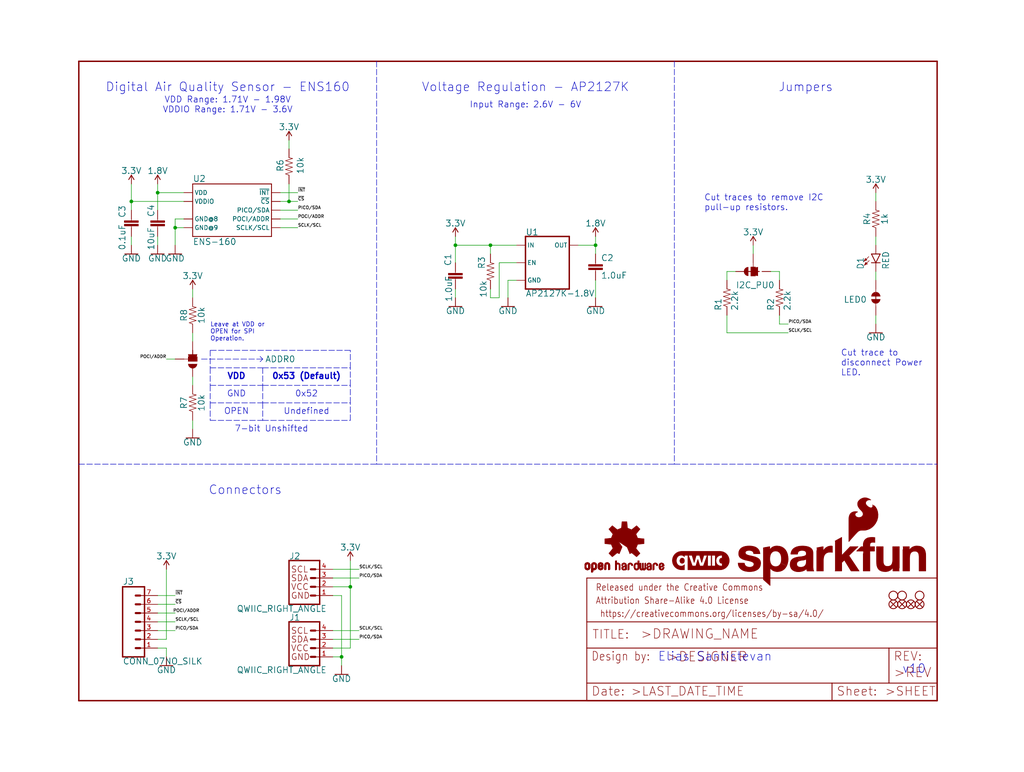
<source format=kicad_sch>
(kicad_sch (version 20211123) (generator eeschema)
  (paper "User" 297.002 223.926)
  (lib_symbols
    (symbol "eagleSchem-eagle-import:0.1UF-0603-25V-(+80{slash}-20%)"
      (property "Reference" "C" (at 1.524 2.921 0))
      (property "Value" "0.1UF-0603-25V-(+80{slash}-20%)" (at 1.524 -2.159 0))
      (symbol "0.1UF-0603-25V-(+80{slash}-20%)_1_0"
        (pin passive line (at 0 5.08 270) (length 2.54) (name "1") (number "1"))
        (pin passive line (at 0 -2.54 90) (length 2.54) (name "2") (number "2"))
      )
    )
    (symbol "eagleSchem-eagle-import:1.0UF-0603-16V-10%"
      (property "Reference" "C" (at 1.524 2.921 0))
      (property "Value" "1.0UF-0603-16V-10%" (at 1.524 -2.159 0))
      (symbol "1.0UF-0603-16V-10%_1_0"
        (pin passive line (at 0 5.08 270) (length 2.54) (name "1") (number "1"))
        (pin passive line (at 0 -2.54 90) (length 2.54) (name "2") (number "2"))
      )
    )
    (symbol "eagleSchem-eagle-import:1.8V" (power)
      (property "Value" "1.8V" (at 0 2.794 0))
      (symbol "1.8V_1_0"
        (pin power_in line (at 0 0 90) (length 2.54) (name "1.8V") (number "1"))
      )
    )
    (symbol "eagleSchem-eagle-import:10KOHM-0603-1{slash}10W-1%"
      (property "Reference" "R" (at 0 1.524 0))
      (property "Value" "10KOHM-0603-1{slash}10W-1%" (at 0 -1.524 0))
      (symbol "10KOHM-0603-1{slash}10W-1%_1_0"
        (pin passive line (at -5.08 0 0) (length 2.54) (name "1") (number "1"))
        (pin passive line (at 5.08 0 180) (length 2.54) (name "2") (number "2"))
      )
    )
    (symbol "eagleSchem-eagle-import:10UF-0603-6.3V-20%"
      (property "Reference" "C" (at 1.524 2.921 0))
      (property "Value" "10UF-0603-6.3V-20%" (at 1.524 -2.159 0))
      (symbol "10UF-0603-6.3V-20%_1_0"
        (pin passive line (at 0 5.08 270) (length 2.54) (name "1") (number "1"))
        (pin passive line (at 0 -2.54 90) (length 2.54) (name "2") (number "2"))
      )
    )
    (symbol "eagleSchem-eagle-import:1KOHM-0603-1{slash}10W-1%"
      (property "Reference" "R" (at 0 1.524 0))
      (property "Value" "1KOHM-0603-1{slash}10W-1%" (at 0 -1.524 0))
      (symbol "1KOHM-0603-1{slash}10W-1%_1_0"
        (pin passive line (at -5.08 0 0) (length 2.54) (name "1") (number "1"))
        (pin passive line (at 5.08 0 180) (length 2.54) (name "2") (number "2"))
      )
    )
    (symbol "eagleSchem-eagle-import:2.2KOHM-0603-1{slash}10W-1%"
      (property "Reference" "R" (at 0 1.524 0))
      (property "Value" "2.2KOHM-0603-1{slash}10W-1%" (at 0 -1.524 0))
      (symbol "2.2KOHM-0603-1{slash}10W-1%_1_0"
        (pin passive line (at -5.08 0 0) (length 2.54) (name "1") (number "1"))
        (pin passive line (at 5.08 0 180) (length 2.54) (name "2") (number "2"))
      )
    )
    (symbol "eagleSchem-eagle-import:3.3V" (power)
      (property "Value" "3.3V" (at 0 2.794 0))
      (symbol "3.3V_1_0"
        (pin power_in line (at 0 0 90) (length 2.54) (name "3.3V") (number "1"))
      )
    )
    (symbol "eagleSchem-eagle-import:CONN_07NO_SILK"
      (property "Reference" "J" (at -5.08 13.208 0))
      (property "Value" "CONN_07NO_SILK" (at -5.08 -9.906 0))
      (symbol "CONN_07NO_SILK_1_0"
        (pin passive line (at 5.08 -5.08 180) (length 5.08) (name "1") (number "1"))
        (pin passive line (at 5.08 -2.54 180) (length 5.08) (name "2") (number "2"))
        (pin passive line (at 5.08 0 180) (length 5.08) (name "3") (number "3"))
        (pin passive line (at 5.08 2.54 180) (length 5.08) (name "4") (number "4"))
        (pin passive line (at 5.08 5.08 180) (length 5.08) (name "5") (number "5"))
        (pin passive line (at 5.08 7.62 180) (length 5.08) (name "6") (number "6"))
        (pin passive line (at 5.08 10.16 180) (length 5.08) (name "7") (number "7"))
      )
    )
    (symbol "eagleSchem-eagle-import:ENS-160"
      (property "Reference" "U" (at -10.16 8.128 0))
      (property "Value" "ENS-160" (at -10.16 -10.16 0))
      (symbol "ENS-160_1_0"
        (pin bidirectional line (at 15.24 0 180) (length 2.54) (name "PICO/SDA") (number "P1"))
        (pin bidirectional line (at 15.24 -5.08 180) (length 2.54) (name "SCLK/SCL") (number "P2"))
        (pin bidirectional line (at 15.24 -2.54 180) (length 2.54) (name "POCI/ADDR") (number "P3"))
        (pin power_in line (at -12.7 5.08 0) (length 2.54) (name "VDD") (number "P4"))
        (pin power_in line (at -12.7 2.54 0) (length 2.54) (name "VDDIO") (number "P5"))
        (pin bidirectional line (at 15.24 5.08 180) (length 2.54) (name "~{INT}") (number "P6"))
        (pin bidirectional line (at 15.24 2.54 180) (length 2.54) (name "~{CS}") (number "P7"))
        (pin power_in line (at -12.7 -2.54 0) (length 2.54) (name "GND@8") (number "P8"))
        (pin power_in line (at -12.7 -5.08 0) (length 2.54) (name "GND@9") (number "P9"))
      )
    )
    (symbol "eagleSchem-eagle-import:FIDUCIAL1X2")
    (symbol "eagleSchem-eagle-import:FRAME-LETTER"
      (symbol "FRAME-LETTER_2_0"
        (text " https://creativecommons.org/licenses/by-sa/4.0/" (at 2.54 24.13 0) (effects (font (size 1.9304 1.6408)) (justify left bottom)))
        (text ">DESIGNER" (at 23.114 11.176 0) (effects (font (size 2.7432 2.7432)) (justify left bottom)))
        (text ">DRAWING_NAME" (at 15.494 17.78 0) (effects (font (size 2.7432 2.7432)) (justify left bottom)))
        (text ">LAST_DATE_TIME" (at 12.7 1.27 0) (effects (font (size 2.54 2.54)) (justify left bottom)))
        (text ">REV" (at 88.9 6.604 0) (effects (font (size 2.7432 2.7432)) (justify left bottom)))
        (text ">SHEET" (at 86.36 1.27 0) (effects (font (size 2.54 2.54)) (justify left bottom)))
        (text "Attribution Share-Alike 4.0 License" (at 2.54 27.94 0) (effects (font (size 1.9304 1.6408)) (justify left bottom)))
        (text "Date:" (at 1.27 1.27 0) (effects (font (size 2.54 2.54)) (justify left bottom)))
        (text "Design by:" (at 1.27 11.43 0) (effects (font (size 2.54 2.159)) (justify left bottom)))
        (text "Released under the Creative Commons" (at 2.54 31.75 0) (effects (font (size 1.9304 1.6408)) (justify left bottom)))
        (text "REV:" (at 88.9 11.43 0) (effects (font (size 2.54 2.54)) (justify left bottom)))
        (text "Sheet:" (at 72.39 1.27 0) (effects (font (size 2.54 2.54)) (justify left bottom)))
        (text "TITLE:" (at 1.524 17.78 0) (effects (font (size 2.54 2.54)) (justify left bottom)))
      )
    )
    (symbol "eagleSchem-eagle-import:GND" (power)
      (property "Value" "GND" (at 0 -0.254 0))
      (symbol "GND_1_0"
        (pin power_in line (at 0 2.54 270) (length 2.54) (name "GND") (number "1"))
      )
    )
    (symbol "eagleSchem-eagle-import:JUMPER-SMT_2_NC_TRACE_SILK"
      (property "Reference" "JP" (at 0 3.048 0))
      (property "Value" "JUMPER-SMT_2_NC_TRACE_SILK" (at 0 -3.048 0))
      (symbol "JUMPER-SMT_2_NC_TRACE_SILK_1_0"
        (pin passive line (at -5.08 0 0) (length 2.54) (name "1") (number "1"))
        (pin passive line (at 5.08 0 180) (length 2.54) (name "2") (number "2"))
      )
    )
    (symbol "eagleSchem-eagle-import:JUMPER-SMT_3_1-NC_TRACE_SILK"
      (property "Reference" "JP" (at 5.842 1.524 0))
      (property "Value" "JUMPER-SMT_3_1-NC_TRACE_SILK" (at 6.604 -1.27 0))
      (symbol "JUMPER-SMT_3_1-NC_TRACE_SILK_1_0"
        (pin passive line (at 0 5.08 270) (length 2.54) (name "1") (number "1"))
        (pin passive line (at -5.08 0 0) (length 2.54) (name "2") (number "2"))
        (pin passive line (at 0 -5.08 90) (length 2.54) (name "3") (number "3"))
      )
    )
    (symbol "eagleSchem-eagle-import:JUMPER-SMT_3_2-NC_TRACE_SILK"
      (property "Reference" "JP" (at 6.096 1.524 0))
      (property "Value" "JUMPER-SMT_3_2-NC_TRACE_SILK" (at 6.858 -1.524 0))
      (symbol "JUMPER-SMT_3_2-NC_TRACE_SILK_1_0"
        (pin passive line (at 0 5.08 270) (length 2.54) (name "1") (number "1"))
        (pin passive line (at -5.08 0 0) (length 2.54) (name "2") (number "2"))
        (pin passive line (at 0 -5.08 90) (length 2.54) (name "3") (number "3"))
      )
    )
    (symbol "eagleSchem-eagle-import:LED-RED0603"
      (property "Reference" "D" (at -3.429 -4.572 90))
      (property "Value" "LED-RED0603" (at 1.905 -4.572 90))
      (symbol "LED-RED0603_1_0"
        (pin passive line (at 0 2.54 270) (length 2.54) (name "A") (number "A"))
        (pin passive line (at 0 -5.08 90) (length 2.54) (name "C") (number "C"))
      )
    )
    (symbol "eagleSchem-eagle-import:OSHW-LOGOMINI")
    (symbol "eagleSchem-eagle-import:QWIIC_CONNECTORJS-1MM"
      (property "Reference" "J" (at -5.08 7.874 0))
      (property "Value" "QWIIC_CONNECTORJS-1MM" (at -5.08 -5.334 0))
      (symbol "QWIIC_CONNECTORJS-1MM_1_0"
        (text "GND" (at -4.572 -2.54 0) (effects (font (size 1.778 1.778)) (justify left)))
        (text "SCL" (at -4.572 5.08 0) (effects (font (size 1.778 1.778)) (justify left)))
        (text "SDA" (at -4.572 2.54 0) (effects (font (size 1.778 1.778)) (justify left)))
        (text "VCC" (at -4.572 0 0) (effects (font (size 1.778 1.778)) (justify left)))
        (pin power_in line (at 7.62 -2.54 180) (length 5.08) (name "1") (number "1"))
        (pin power_in line (at 7.62 0 180) (length 5.08) (name "2") (number "2"))
        (pin passive line (at 7.62 2.54 180) (length 5.08) (name "3") (number "3"))
        (pin passive line (at 7.62 5.08 180) (length 5.08) (name "4") (number "4"))
      )
    )
    (symbol "eagleSchem-eagle-import:QWIIC_LOGO_4MM")
    (symbol "eagleSchem-eagle-import:SFE_LOGO_NAME_FLAME.1_INCH")
    (symbol "eagleSchem-eagle-import:STAND-OFFTIGHT")
    (symbol "eagleSchem-eagle-import:V_REG_AP2127K-1.8V"
      (property "Reference" "U" (at -7.62 7.874 0))
      (property "Value" "V_REG_AP2127K-1.8V" (at -7.62 -7.874 0))
      (symbol "V_REG_AP2127K-1.8V_1_0"
        (pin input line (at -10.16 5.08 0) (length 2.54) (name "IN") (number "1"))
        (pin input line (at -10.16 -5.08 0) (length 2.54) (name "GND") (number "2"))
        (pin input line (at -10.16 0 0) (length 2.54) (name "EN") (number "3"))
        (pin passive line (at 7.62 5.08 180) (length 2.54) (name "OUT") (number "5"))
      )
    )
  )
  (junction (at 99.06 190.5))
  (junction (at 45.72 55.88))
  (junction (at 142.24 71.12))
  (junction (at 50.8 66.04))
  (junction (at 172.72 71.12))
  (junction (at 132.08 71.12))
  (junction (at 83.82 58.42))
  (junction (at 38.1 58.42))
  (junction (at 101.6 170.18))
  (wire (pts (xy 96.52 182.88) (xy 104.14 182.88)))
  (wire (pts (xy 45.72 172.72) (xy 50.8 172.72)))
  (polyline (pts (xy 60.96 106.68) (xy 60.96 111.76)))
  (wire (pts (xy 96.52 187.96) (xy 101.6 187.96)))
  (wire (pts (xy 254 58.42) (xy 254 55.88)))
  (polyline (pts (xy 195.58 17.78) (xy 195.58 134.62)))
  (wire (pts (xy 50.8 177.8) (xy 45.72 177.8)))
  (wire (pts (xy 50.8 66.04) (xy 50.8 71.12)))
  (wire (pts (xy 45.72 180.34) (xy 50.8 180.34)))
  (wire (pts (xy 96.52 167.64) (xy 104.14 167.64)))
  (wire (pts (xy 147.32 86.36) (xy 147.32 81.28)))
  (polyline (pts (xy 76.2 106.68) (xy 76.2 111.76)))
  (wire (pts (xy 132.08 71.12) (xy 132.08 76.2)))
  (wire (pts (xy 101.6 187.96) (xy 101.6 170.18)))
  (polyline (pts (xy 195.58 134.62) (xy 271.78 134.62)))
  (wire (pts (xy 48.26 185.42) (xy 48.26 165.1)))
  (wire (pts (xy 144.78 86.36) (xy 142.24 86.36)))
  (wire (pts (xy 96.52 172.72) (xy 99.06 172.72)))
  (wire (pts (xy 83.82 40.64) (xy 83.82 43.18)))
  (wire (pts (xy 142.24 86.36) (xy 142.24 83.82)))
  (polyline (pts (xy 76.2 106.68) (xy 101.6 106.68)))
  (wire (pts (xy 45.72 185.42) (xy 48.26 185.42)))
  (polyline (pts (xy 58.42 104.14) (xy 76.2 104.14)))
  (wire (pts (xy 210.82 78.74) (xy 213.36 78.74)))
  (wire (pts (xy 210.82 91.44) (xy 210.82 96.52)))
  (polyline (pts (xy 76.2 104.14) (xy 75.438 104.902)))
  (wire (pts (xy 45.72 187.96) (xy 48.26 187.96)))
  (wire (pts (xy 101.6 170.18) (xy 101.6 162.56)))
  (wire (pts (xy 45.72 68.58) (xy 45.72 71.12)))
  (wire (pts (xy 132.08 68.58) (xy 132.08 71.12)))
  (wire (pts (xy 38.1 68.58) (xy 38.1 71.12)))
  (polyline (pts (xy 60.96 106.68) (xy 76.2 106.68)))
  (polyline (pts (xy 76.2 116.84) (xy 101.6 116.84)))
  (wire (pts (xy 55.88 121.92) (xy 55.88 124.46)))
  (wire (pts (xy 55.88 109.22) (xy 55.88 111.76)))
  (wire (pts (xy 45.72 55.88) (xy 53.34 55.88)))
  (wire (pts (xy 86.36 55.88) (xy 81.28 55.88)))
  (wire (pts (xy 38.1 58.42) (xy 53.34 58.42)))
  (polyline (pts (xy 101.6 101.6) (xy 60.96 101.6)))
  (polyline (pts (xy 22.86 134.62) (xy 109.22 134.62)))
  (wire (pts (xy 99.06 172.72) (xy 99.06 190.5)))
  (wire (pts (xy 86.36 58.42) (xy 83.82 58.42)))
  (polyline (pts (xy 76.2 116.84) (xy 76.2 121.92)))
  (wire (pts (xy 254 78.74) (xy 254 81.28)))
  (wire (pts (xy 254 91.44) (xy 254 93.98)))
  (wire (pts (xy 96.52 190.5) (xy 99.06 190.5)))
  (wire (pts (xy 38.1 53.34) (xy 38.1 58.42)))
  (wire (pts (xy 96.52 185.42) (xy 104.14 185.42)))
  (wire (pts (xy 55.88 99.06) (xy 55.88 96.52)))
  (wire (pts (xy 53.34 66.04) (xy 50.8 66.04)))
  (polyline (pts (xy 60.96 111.76) (xy 60.96 116.84)))
  (polyline (pts (xy 76.2 121.92) (xy 101.6 121.92)))
  (polyline (pts (xy 76.2 111.76) (xy 76.2 116.84)))
  (wire (pts (xy 86.36 66.04) (xy 81.28 66.04)))
  (polyline (pts (xy 60.96 101.6) (xy 60.96 106.68)))
  (wire (pts (xy 223.52 78.74) (xy 226.06 78.74)))
  (wire (pts (xy 45.72 182.88) (xy 50.8 182.88)))
  (polyline (pts (xy 60.96 121.92) (xy 76.2 121.92)))
  (polyline (pts (xy 76.2 111.76) (xy 101.6 111.76)))
  (wire (pts (xy 48.26 187.96) (xy 48.26 190.5)))
  (wire (pts (xy 172.72 68.58) (xy 172.72 71.12)))
  (wire (pts (xy 53.34 63.5) (xy 50.8 63.5)))
  (polyline (pts (xy 60.96 116.84) (xy 76.2 116.84)))
  (polyline (pts (xy 101.6 111.76) (xy 101.6 106.68)))
  (polyline (pts (xy 109.22 17.78) (xy 109.22 134.62)))
  (polyline (pts (xy 101.6 116.84) (xy 101.6 111.76)))
  (wire (pts (xy 86.36 60.96) (xy 81.28 60.96)))
  (wire (pts (xy 147.32 81.28) (xy 149.86 81.28)))
  (wire (pts (xy 226.06 78.74) (xy 226.06 81.28)))
  (wire (pts (xy 254 68.58) (xy 254 71.12)))
  (wire (pts (xy 149.86 71.12) (xy 142.24 71.12)))
  (wire (pts (xy 144.78 76.2) (xy 144.78 86.36)))
  (polyline (pts (xy 60.96 116.84) (xy 60.96 121.92)))
  (wire (pts (xy 83.82 58.42) (xy 81.28 58.42)))
  (wire (pts (xy 96.52 170.18) (xy 101.6 170.18)))
  (wire (pts (xy 45.72 60.96) (xy 45.72 55.88)))
  (wire (pts (xy 38.1 58.42) (xy 38.1 60.96)))
  (wire (pts (xy 172.72 81.28) (xy 172.72 86.36)))
  (wire (pts (xy 226.06 93.98) (xy 228.6 93.98)))
  (wire (pts (xy 218.44 71.12) (xy 218.44 73.66)))
  (wire (pts (xy 45.72 53.34) (xy 45.72 55.88)))
  (wire (pts (xy 45.72 175.26) (xy 50.8 175.26)))
  (wire (pts (xy 99.06 190.5) (xy 99.06 193.04)))
  (wire (pts (xy 83.82 53.34) (xy 83.82 58.42)))
  (wire (pts (xy 142.24 73.66) (xy 142.24 71.12)))
  (polyline (pts (xy 101.6 106.68) (xy 101.6 101.6)))
  (polyline (pts (xy 109.22 134.62) (xy 195.58 134.62)))
  (wire (pts (xy 210.82 96.52) (xy 228.6 96.52)))
  (wire (pts (xy 50.8 63.5) (xy 50.8 66.04)))
  (wire (pts (xy 226.06 91.44) (xy 226.06 93.98)))
  (wire (pts (xy 86.36 63.5) (xy 81.28 63.5)))
  (wire (pts (xy 172.72 71.12) (xy 167.64 71.12)))
  (polyline (pts (xy 101.6 121.92) (xy 101.6 116.84)))
  (wire (pts (xy 132.08 83.82) (xy 132.08 86.36)))
  (wire (pts (xy 172.72 73.66) (xy 172.72 71.12)))
  (wire (pts (xy 48.26 104.14) (xy 50.8 104.14)))
  (wire (pts (xy 96.52 165.1) (xy 104.14 165.1)))
  (wire (pts (xy 210.82 81.28) (xy 210.82 78.74)))
  (wire (pts (xy 149.86 76.2) (xy 144.78 76.2)))
  (polyline (pts (xy 76.2 104.14) (xy 75.438 103.378)))
  (polyline (pts (xy 60.96 111.76) (xy 76.2 111.76)))
  (wire (pts (xy 142.24 71.12) (xy 132.08 71.12)))
  (wire (pts (xy 55.88 86.36) (xy 55.88 83.82)))
  (text "Elias Santistevan" (at 190.754 192.024 180) (effects (font (size 2.54 2.54)) (justify left bottom)))
  (text "Digital Air Quality Sensor - ENS160" (at 66.04 25.4 180) (effects (font (size 2.54 2.54))))
  (text "0x53 (Default)" (at 88.9 109.22 180) (effects (font (size 1.778 1.778) (thickness 0.3556) bold)))
  (text "VDD" (at 68.58 109.22 180) (effects (font (size 1.778 1.778) (thickness 0.3556) bold)))
  (text "OPEN" (at 68.58 119.38 180) (effects (font (size 1.778 1.778))))
  (text "Leave at VDD or\nOPEN for SPI\nOperation." (at 60.96 99.06 180) (effects (font (size 1.27 1.27)) (justify left bottom)))
  (text "Jumpers" (at 233.68 25.4 180) (effects (font (size 2.54 2.54))))
  (text "Voltage Regulation - AP2127K" (at 152.4 25.4 180) (effects (font (size 2.54 2.54))))
  (text "VDD Range: 1.71V - 1.98V\nVDDIO Range: 1.71V - 3.6V" (at 66.04 30.48 0) (effects (font (size 1.778 1.778))))
  (text "GND" (at 68.58 114.3 180) (effects (font (size 1.778 1.778))))
  (text "Cut trace to\ndisconnect Power\nLED." (at 243.84 109.22 180) (effects (font (size 1.778 1.778)) (justify left bottom)))
  (text "7-bit Unshifted" (at 78.74 124.46 180) (effects (font (size 1.778 1.778))))
  (text "Cut traces to remove I2C\npull-up resistors." (at 204.216 56.388 180) (effects (font (size 1.778 1.778)) (justify left top)))
  (text "Undefined" (at 88.9 119.38 180) (effects (font (size 1.778 1.778))))
  (text "0x52" (at 88.9 114.3 180) (effects (font (size 1.778 1.778))))
  (text "v10" (at 261.62 195.58 180) (effects (font (size 2.54 2.54)) (justify left bottom)))
  (text "Connectors" (at 71.12 142.24 180) (effects (font (size 2.54 2.54))))
  (text "Input Range: 2.6V - 6V" (at 152.4 30.48 180) (effects (font (size 1.778 1.778))))
  (label "SCLK/SCL" (at 86.36 66.04 0) (effects (font (size 0.889 0.889))))
  (label "SCLK/SCL" (at 228.6 96.52 0) (effects (font (size 0.889 0.889))))
  (label "POCI/ADDR" (at 86.36 63.5 0) (effects (font (size 0.889 0.889))))
  (label "PICO/SDA" (at 104.14 185.42 0) (effects (font (size 0.889 0.889))))
  (label "SCLK/SCL" (at 50.8 180.34 0) (effects (font (size 0.889 0.889))))
  (label "~{INT}" (at 50.8 172.72 0) (effects (font (size 0.889 0.889))))
  (label "SCLK/SCL" (at 104.14 165.1 0) (effects (font (size 0.889 0.889))))
  (label "PICO/SDA" (at 50.8 182.88 0) (effects (font (size 0.889 0.889))))
  (label "PICO/SDA" (at 104.14 167.64 0) (effects (font (size 0.889 0.889))))
  (label "~{INT}" (at 86.36 55.88 0) (effects (font (size 0.889 0.889))))
  (label "POCI/ADDR" (at 50.165 177.8 0) (effects (font (size 0.889 0.889))))
  (label "POCI/ADDR" (at 48.26 104.14 180) (effects (font (size 0.889 0.889))))
  (label "PICO/SDA" (at 228.6 93.98 0) (effects (font (size 0.889 0.889))))
  (label "SCLK/SCL" (at 104.14 182.88 0) (effects (font (size 0.889 0.889))))
  (label "PICO/SDA" (at 86.36 60.96 0) (effects (font (size 0.889 0.889))))
  (label "~{CS}" (at 86.36 58.42 0) (effects (font (size 0.889 0.889))))
  (label "~{CS}" (at 50.8 175.26 0) (effects (font (size 0.889 0.889))))
  (symbol (lib_id "eagleSchem-eagle-import:QWIIC_LOGO_4MM") (at 203.2 162.56 0) (unit 1)
    (property "Reference" "LOGO4" (effects hide))
    (property "Value" "QWIIC_LOGO_4MM" (effects hide))
    (property "Footprint" "eagleSchem:QWIIC_4MM" (effects hide))
  )
  (symbol (lib_id "eagleSchem-eagle-import:FIDUCIAL1X2") (at 259.08 175.26 0) (unit 1)
    (property "Reference" "FD1" (effects hide))
    (property "Value" "FIDUCIAL1X2" (effects hide))
    (property "Footprint" "eagleSchem:FIDUCIAL-1X2" (effects hide))
  )
  (symbol (lib_id "eagleSchem-eagle-import:1.0UF-0603-16V-10%") (at 132.08 81.28 0) (unit 1)
    (property "Reference" "C1" (at 130.937 77.216 90) (effects (font (size 1.778 1.778)) (justify left bottom)))
    (property "Value" "1.0uF" (at 131.191 87.63 90) (effects (font (size 1.778 1.778)) (justify left bottom)))
    (property "Footprint" "eagleSchem:0603" (effects hide))
  )
  (symbol (lib_id "eagleSchem-eagle-import:FRAME-LETTER") (at 170.18 203.2 0) (unit 2)
    (property "Reference" "FRAME1" (effects hide))
    (property "Value" "FRAME-LETTER" (effects hide))
    (property "Footprint" "eagleSchem:CREATIVE_COMMONS" (effects hide))
    (property "Value" "FRAME-LETTER" (effects hide))
  )
  (symbol (lib_id "eagleSchem-eagle-import:1.8V") (at 45.72 53.34 0) (unit 1)
    (property "Reference" "#SUPPLY7" (effects hide))
    (property "Value" "1.8V" (at 45.72 50.546 0) (effects (font (size 1.778 1.778)) (justify bottom)))
    (property "Footprint" "eagleSchem:" (effects hide))
  )
  (symbol (lib_id "eagleSchem-eagle-import:GND") (at 99.06 195.58 0) (unit 1)
    (property "Reference" "#GND3" (effects hide))
    (property "Value" "GND" (at 99.06 195.834 0) (effects (font (size 1.778 1.778)) (justify top)))
    (property "Footprint" "eagleSchem:" (effects hide))
  )
  (symbol (lib_id "eagleSchem-eagle-import:STAND-OFFTIGHT") (at 266.7 172.72 0) (unit 1)
    (property "Reference" "STANDOFF5" (effects hide))
    (property "Value" "STAND-OFFTIGHT" (effects hide))
    (property "Footprint" "eagleSchem:STAND-OFF-TIGHT" (effects hide))
  )
  (symbol (lib_id "eagleSchem-eagle-import:3.3V") (at 83.82 40.64 0) (unit 1)
    (property "Reference" "#SUPPLY10" (effects hide))
    (property "Value" "3.3V" (at 83.82 37.846 0) (effects (font (size 1.778 1.778)) (justify bottom)))
    (property "Footprint" "eagleSchem:" (effects hide))
  )
  (symbol (lib_id "eagleSchem-eagle-import:GND") (at 50.8 73.66 0) (unit 1)
    (property "Reference" "#GND5" (effects hide))
    (property "Value" "GND" (at 50.8 73.914 0) (effects (font (size 1.778 1.778)) (justify top)))
    (property "Footprint" "eagleSchem:" (effects hide))
  )
  (symbol (lib_id "eagleSchem-eagle-import:QWIIC_CONNECTORJS-1MM") (at 88.9 187.96 0) (unit 1)
    (property "Reference" "J1" (at 83.82 180.086 0) (effects (font (size 1.778 1.778)) (justify left bottom)))
    (property "Value" "QWIIC_RIGHT_ANGLE" (at 68.58 193.294 0) (effects (font (size 1.778 1.778)) (justify left top)))
    (property "Footprint" "eagleSchem:JST04_1MM_RA" (effects hide))
  )
  (symbol (lib_id "eagleSchem-eagle-import:1KOHM-0603-1{slash}10W-1%") (at 254 63.5 90) (unit 1)
    (property "Reference" "R4" (at 252.476 63.5 0) (effects (font (size 1.778 1.778)) (justify bottom)))
    (property "Value" "1k" (at 255.524 63.5 0) (effects (font (size 1.778 1.778)) (justify top)))
    (property "Footprint" "eagleSchem:0603" (effects hide))
  )
  (symbol (lib_id "eagleSchem-eagle-import:3.3V") (at 48.26 165.1 0) (unit 1)
    (property "Reference" "#SUPPLY6" (effects hide))
    (property "Value" "3.3V" (at 48.26 162.306 0) (effects (font (size 1.778 1.778)) (justify bottom)))
    (property "Footprint" "eagleSchem:" (effects hide))
  )
  (symbol (lib_id "eagleSchem-eagle-import:10KOHM-0603-1{slash}10W-1%") (at 83.82 48.26 90) (unit 1)
    (property "Reference" "R6" (at 82.296 48.006 0) (effects (font (size 1.778 1.778)) (justify bottom)))
    (property "Value" "10k" (at 86.106 48.006 0) (effects (font (size 1.778 1.778)) (justify top)))
    (property "Footprint" "eagleSchem:0603" (effects hide))
  )
  (symbol (lib_id "eagleSchem-eagle-import:GND") (at 132.08 88.9 0) (unit 1)
    (property "Reference" "#GND1" (effects hide))
    (property "Value" "GND" (at 132.08 89.154 0) (effects (font (size 1.778 1.778)) (justify top)))
    (property "Footprint" "eagleSchem:" (effects hide))
  )
  (symbol (lib_id "eagleSchem-eagle-import:10KOHM-0603-1{slash}10W-1%") (at 55.88 116.84 90) (unit 1)
    (property "Reference" "R7" (at 54.356 116.84 0) (effects (font (size 1.778 1.778)) (justify bottom)))
    (property "Value" "10k" (at 57.404 116.84 0) (effects (font (size 1.778 1.778)) (justify top)))
    (property "Footprint" "eagleSchem:0603" (effects hide))
  )
  (symbol (lib_id "eagleSchem-eagle-import:0.1UF-0603-25V-(+80{slash}-20%)") (at 38.1 66.04 0) (unit 1)
    (property "Reference" "C3" (at 36.449 63.246 90) (effects (font (size 1.778 1.778)) (justify left bottom)))
    (property "Value" "0.1uF" (at 36.449 72.644 90) (effects (font (size 1.778 1.778)) (justify left bottom)))
    (property "Footprint" "eagleSchem:0603" (effects hide))
  )
  (symbol (lib_id "eagleSchem-eagle-import:QWIIC_CONNECTORJS-1MM") (at 88.9 170.18 0) (unit 1)
    (property "Reference" "J2" (at 83.82 162.306 0) (effects (font (size 1.778 1.778)) (justify left bottom)))
    (property "Value" "QWIIC_RIGHT_ANGLE" (at 68.58 175.514 0) (effects (font (size 1.778 1.778)) (justify left top)))
    (property "Footprint" "eagleSchem:JST04_1MM_RA" (effects hide))
  )
  (symbol (lib_id "eagleSchem-eagle-import:LED-RED0603") (at 254 73.66 0) (unit 1)
    (property "Reference" "D1" (at 250.571 78.232 90) (effects (font (size 1.778 1.778)) (justify left bottom)))
    (property "Value" "RED" (at 255.905 78.232 90) (effects (font (size 1.778 1.778)) (justify left top)))
    (property "Footprint" "eagleSchem:LED-0603" (effects hide))
  )
  (symbol (lib_id "eagleSchem-eagle-import:1.8V") (at 172.72 68.58 0) (unit 1)
    (property "Reference" "#SUPPLY5" (effects hide))
    (property "Value" "1.8V" (at 172.72 65.786 0) (effects (font (size 1.778 1.778)) (justify bottom)))
    (property "Footprint" "eagleSchem:" (effects hide))
  )
  (symbol (lib_id "eagleSchem-eagle-import:3.3V") (at 132.08 68.58 0) (unit 1)
    (property "Reference" "#SUPPLY4" (effects hide))
    (property "Value" "3.3V" (at 132.08 65.786 0) (effects (font (size 1.778 1.778)) (justify bottom)))
    (property "Footprint" "eagleSchem:" (effects hide))
  )
  (symbol (lib_id "eagleSchem-eagle-import:GND") (at 254 96.52 0) (unit 1)
    (property "Reference" "#GND7" (effects hide))
    (property "Value" "GND" (at 254 96.774 0) (effects (font (size 1.778 1.778)) (justify top)))
    (property "Footprint" "eagleSchem:" (effects hide))
  )
  (symbol (lib_id "eagleSchem-eagle-import:OSHW-LOGOMINI") (at 181.102 156.972 0) (unit 1)
    (property "Reference" "LOGO2" (effects hide))
    (property "Value" "OSHW-LOGOMINI" (effects hide))
    (property "Footprint" "eagleSchem:OSHW-LOGO-MINI" (effects hide))
  )
  (symbol (lib_id "eagleSchem-eagle-import:1.0UF-0603-16V-10%") (at 172.72 78.74 0) (unit 1)
    (property "Reference" "C2" (at 174.244 75.819 0) (effects (font (size 1.778 1.778)) (justify left bottom)))
    (property "Value" "1.0uF" (at 174.244 80.899 0) (effects (font (size 1.778 1.778)) (justify left bottom)))
    (property "Footprint" "eagleSchem:0603" (effects hide))
  )
  (symbol (lib_id "eagleSchem-eagle-import:FRAME-LETTER") (at 22.86 203.2 0) (unit 1)
    (property "Reference" "FRAME1" (effects hide))
    (property "Value" "FRAME-LETTER" (effects hide))
    (property "Footprint" "eagleSchem:CREATIVE_COMMONS" (effects hide))
    (property "Value" "FRAME-LETTER" (effects hide))
  )
  (symbol (lib_id "eagleSchem-eagle-import:10KOHM-0603-1{slash}10W-1%") (at 142.24 78.74 90) (unit 1)
    (property "Reference" "R3" (at 140.716 76.2 0) (effects (font (size 1.778 1.778)) (justify bottom)))
    (property "Value" "10k" (at 139.192 83.82 0) (effects (font (size 1.778 1.778)) (justify top)))
    (property "Footprint" "eagleSchem:0603" (effects hide))
  )
  (symbol (lib_id "eagleSchem-eagle-import:3.3V") (at 218.44 71.12 0) (unit 1)
    (property "Reference" "#SUPPLY2" (effects hide))
    (property "Value" "3.3V" (at 218.44 68.326 0) (effects (font (size 1.778 1.778)) (justify bottom)))
    (property "Footprint" "eagleSchem:" (effects hide))
  )
  (symbol (lib_id "eagleSchem-eagle-import:3.3V") (at 38.1 53.34 0) (unit 1)
    (property "Reference" "#SUPPLY8" (effects hide))
    (property "Value" "3.3V" (at 38.1 50.546 0) (effects (font (size 1.778 1.778)) (justify bottom)))
    (property "Footprint" "eagleSchem:" (effects hide))
  )
  (symbol (lib_id "eagleSchem-eagle-import:FIDUCIAL1X2") (at 266.7 175.26 0) (unit 1)
    (property "Reference" "FD4" (effects hide))
    (property "Value" "FIDUCIAL1X2" (effects hide))
    (property "Footprint" "eagleSchem:FIDUCIAL-1X2" (effects hide))
  )
  (symbol (lib_id "eagleSchem-eagle-import:GND") (at 55.88 127 0) (unit 1)
    (property "Reference" "#GND9" (effects hide))
    (property "Value" "GND" (at 55.88 127.254 0) (effects (font (size 1.778 1.778)) (justify top)))
    (property "Footprint" "eagleSchem:" (effects hide))
  )
  (symbol (lib_id "eagleSchem-eagle-import:3.3V") (at 55.88 83.82 0) (unit 1)
    (property "Reference" "#SUPPLY11" (effects hide))
    (property "Value" "3.3V" (at 55.88 81.026 0) (effects (font (size 1.778 1.778)) (justify bottom)))
    (property "Footprint" "eagleSchem:" (effects hide))
  )
  (symbol (lib_id "eagleSchem-eagle-import:GND") (at 48.26 193.04 0) (unit 1)
    (property "Reference" "#GND11" (effects hide))
    (property "Value" "GND" (at 48.26 193.294 0) (effects (font (size 1.778 1.778)) (justify top)))
    (property "Footprint" "eagleSchem:" (effects hide))
  )
  (symbol (lib_id "eagleSchem-eagle-import:FIDUCIAL1X2") (at 261.62 175.26 0) (unit 1)
    (property "Reference" "FD2" (effects hide))
    (property "Value" "FIDUCIAL1X2" (effects hide))
    (property "Footprint" "eagleSchem:FIDUCIAL-1X2" (effects hide))
  )
  (symbol (lib_id "eagleSchem-eagle-import:SFE_LOGO_NAME_FLAME.1_INCH") (at 213.36 170.18 0) (unit 1)
    (property "Reference" "LOGO3" (effects hide))
    (property "Value" "SFE_LOGO_NAME_FLAME.1_INCH" (effects hide))
    (property "Footprint" "eagleSchem:SFE_LOGO_NAME_FLAME_.1" (effects hide))
  )
  (symbol (lib_id "eagleSchem-eagle-import:10UF-0603-6.3V-20%") (at 45.72 66.04 0) (unit 1)
    (property "Reference" "C4" (at 44.831 62.992 90) (effects (font (size 1.778 1.778)) (justify left bottom)))
    (property "Value" "10uF" (at 44.831 72.644 90) (effects (font (size 1.778 1.778)) (justify left bottom)))
    (property "Footprint" "eagleSchem:0603" (effects hide))
  )
  (symbol (lib_id "eagleSchem-eagle-import:GND") (at 38.1 73.66 0) (unit 1)
    (property "Reference" "#GND6" (effects hide))
    (property "Value" "GND" (at 38.1 73.914 0) (effects (font (size 1.778 1.778)) (justify top)))
    (property "Footprint" "eagleSchem:" (effects hide))
  )
  (symbol (lib_id "eagleSchem-eagle-import:JUMPER-SMT_3_1-NC_TRACE_SILK") (at 55.88 104.14 0) (mirror x) (unit 1)
    (property "Reference" "ADDR0" (at 81.28 104.14 0) (effects (font (size 1.778 1.778))))
    (property "Value" "JUMPER-SMT_3_1-NC_TRACE_SILK" (effects hide))
    (property "Footprint" "eagleSchem:SMT-JUMPER_3_1-NC_TRACE_SILK" (effects hide))
  )
  (symbol (lib_id "eagleSchem-eagle-import:2.2KOHM-0603-1{slash}10W-1%") (at 210.82 86.36 90) (unit 1)
    (property "Reference" "R1" (at 209.3214 90.17 0) (effects (font (size 1.778 1.778)) (justify left bottom)))
    (property "Value" "2.2k" (at 214.122 90.17 0) (effects (font (size 1.778 1.778)) (justify left bottom)))
    (property "Footprint" "eagleSchem:0603" (effects hide))
  )
  (symbol (lib_id "eagleSchem-eagle-import:FIDUCIAL1X2") (at 264.16 175.26 0) (unit 1)
    (property "Reference" "FD3" (effects hide))
    (property "Value" "FIDUCIAL1X2" (effects hide))
    (property "Footprint" "eagleSchem:FIDUCIAL-1X2" (effects hide))
  )
  (symbol (lib_id "eagleSchem-eagle-import:V_REG_AP2127K-1.8V") (at 160.02 76.2 0) (unit 1)
    (property "Reference" "U1" (at 152.4 68.326 0) (effects (font (size 1.778 1.778)) (justify left bottom)))
    (property "Value" "AP2127K-1.8V" (at 152.4 84.074 0) (effects (font (size 1.778 1.778)) (justify left top)))
    (property "Footprint" "eagleSchem:SOT23-5" (effects hide))
  )
  (symbol (lib_id "eagleSchem-eagle-import:2.2KOHM-0603-1{slash}10W-1%") (at 226.06 86.36 90) (unit 1)
    (property "Reference" "R2" (at 224.5614 90.17 0) (effects (font (size 1.778 1.778)) (justify left bottom)))
    (property "Value" "2.2k" (at 229.362 90.17 0) (effects (font (size 1.778 1.778)) (justify left bottom)))
    (property "Footprint" "eagleSchem:0603" (effects hide))
  )
  (symbol (lib_id "eagleSchem-eagle-import:3.3V") (at 101.6 162.56 0) (unit 1)
    (property "Reference" "#SUPPLY1" (effects hide))
    (property "Value" "3.3V" (at 101.6 159.766 0) (effects (font (size 1.778 1.778)) (justify bottom)))
    (property "Footprint" "eagleSchem:" (effects hide))
  )
  (symbol (lib_id "eagleSchem-eagle-import:JUMPER-SMT_2_NC_TRACE_SILK") (at 254 86.36 90) (unit 1)
    (property "Reference" "LED0" (at 251.46 85.852 90) (effects (font (size 1.778 1.778)) (justify left bottom)))
    (property "Value" "JUMPER-SMT_2_NC_TRACE_SILK" (effects hide))
    (property "Footprint" "eagleSchem:SMT-JUMPER_2_NC_TRACE_SILK" (effects hide))
  )
  (symbol (lib_id "eagleSchem-eagle-import:GND") (at 45.72 73.66 0) (unit 1)
    (property "Reference" "#GND8" (effects hide))
    (property "Value" "GND" (at 45.72 73.914 0) (effects (font (size 1.778 1.778)) (justify top)))
    (property "Footprint" "eagleSchem:" (effects hide))
  )
  (symbol (lib_id "eagleSchem-eagle-import:10KOHM-0603-1{slash}10W-1%") (at 55.88 91.44 90) (unit 1)
    (property "Reference" "R8" (at 54.356 91.44 0) (effects (font (size 1.778 1.778)) (justify bottom)))
    (property "Value" "10k" (at 57.404 91.44 0) (effects (font (size 1.778 1.778)) (justify top)))
    (property "Footprint" "eagleSchem:0603" (effects hide))
  )
  (symbol (lib_id "eagleSchem-eagle-import:3.3V") (at 254 55.88 0) (unit 1)
    (property "Reference" "#SUPPLY3" (effects hide))
    (property "Value" "3.3V" (at 254 53.086 0) (effects (font (size 1.778 1.778)) (justify bottom)))
    (property "Footprint" "eagleSchem:" (effects hide))
  )
  (symbol (lib_id "eagleSchem-eagle-import:GND") (at 172.72 88.9 0) (unit 1)
    (property "Reference" "#GND4" (effects hide))
    (property "Value" "GND" (at 172.72 89.154 0) (effects (font (size 1.778 1.778)) (justify top)))
    (property "Footprint" "eagleSchem:" (effects hide))
  )
  (symbol (lib_id "eagleSchem-eagle-import:JUMPER-SMT_3_2-NC_TRACE_SILK") (at 218.44 78.74 90) (mirror x) (unit 1)
    (property "Reference" "I2C_PU0" (at 213.36 81.661 90) (effects (font (size 1.778 1.778)) (justify right top)))
    (property "Value" "S_MODE" (effects hide))
    (property "Footprint" "eagleSchem:SMT-JUMPER_3_2-NC_TRACE_SILK" (effects hide))
  )
  (symbol (lib_id "eagleSchem-eagle-import:CONN_07NO_SILK") (at 40.64 182.88 0) (unit 1)
    (property "Reference" "J3" (at 35.56 169.672 0) (effects (font (size 1.778 1.778)) (justify left bottom)))
    (property "Value" "CONN_07NO_SILK" (at 35.56 192.786 0) (effects (font (size 1.778 1.778)) (justify left bottom)))
    (property "Footprint" "eagleSchem:1X07_NO_SILK" (effects hide))
  )
  (symbol (lib_id "eagleSchem-eagle-import:ENS-160") (at 66.04 60.96 0) (unit 1)
    (property "Reference" "U2" (at 55.88 52.832 0) (effects (font (size 1.778 1.778)) (justify left bottom)))
    (property "Value" "ENS-160" (at 55.88 71.12 0) (effects (font (size 1.778 1.778)) (justify left bottom)))
    (property "Footprint" "eagleSchem:LGA-9" (effects hide))
  )
  (symbol (lib_id "eagleSchem-eagle-import:STAND-OFFTIGHT") (at 261.62 172.72 0) (unit 1)
    (property "Reference" "STANDOFF2" (effects hide))
    (property "Value" "STAND-OFFTIGHT" (effects hide))
    (property "Footprint" "eagleSchem:STAND-OFF-TIGHT" (effects hide))
  )
  (symbol (lib_id "eagleSchem-eagle-import:STAND-OFFTIGHT") (at 259.08 172.72 0) (unit 1)
    (property "Reference" "STANDOFF1" (effects hide))
    (property "Value" "STAND-OFFTIGHT" (effects hide))
    (property "Footprint" "eagleSchem:STAND-OFF-TIGHT" (effects hide))
  )
  (symbol (lib_id "eagleSchem-eagle-import:GND") (at 147.32 88.9 0) (unit 1)
    (property "Reference" "#GND2" (effects hide))
    (property "Value" "GND" (at 147.32 89.154 0) (effects (font (size 1.778 1.778)) (justify top)))
    (property "Footprint" "eagleSchem:" (effects hide))
  )
)
</source>
